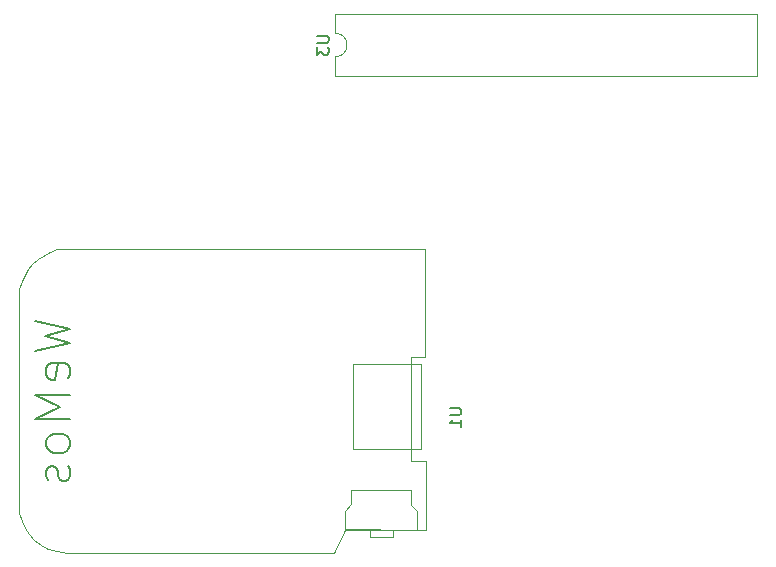
<source format=gbr>
G04 #@! TF.FileFunction,Legend,Bot*
%FSLAX46Y46*%
G04 Gerber Fmt 4.6, Leading zero omitted, Abs format (unit mm)*
G04 Created by KiCad (PCBNEW 4.0.7) date 01/18/18 14:45:31*
%MOMM*%
%LPD*%
G01*
G04 APERTURE LIST*
%ADD10C,0.100000*%
%ADD11C,0.120000*%
%ADD12C,0.150000*%
G04 APERTURE END LIST*
D10*
D11*
X133290000Y-131302000D02*
G75*
G03X133290000Y-129302000I0J1000000D01*
G01*
X133290000Y-129302000D02*
X133290000Y-127652000D01*
X133290000Y-127652000D02*
X168970000Y-127652000D01*
X168970000Y-127652000D02*
X168970000Y-132952000D01*
X168970000Y-132952000D02*
X133290000Y-132952000D01*
X133290000Y-132952000D02*
X133290000Y-131302000D01*
D10*
X140991228Y-171345472D02*
X140991228Y-165534180D01*
X140991228Y-165534180D02*
X139707795Y-165507849D01*
X139707795Y-165507849D02*
X139714483Y-156676627D01*
X139714483Y-156676627D02*
X140916736Y-156678603D01*
X140916736Y-156678603D02*
X140890658Y-147597807D01*
X140890658Y-147597807D02*
X109720507Y-147611805D01*
X109720507Y-147611805D02*
X109117714Y-147844616D01*
X109117714Y-147844616D02*
X108572833Y-148128099D01*
X108572833Y-148128099D02*
X108086423Y-148462747D01*
X108086423Y-148462747D02*
X107659048Y-148849047D01*
X107659048Y-148849047D02*
X107291259Y-149287488D01*
X107291259Y-149287488D02*
X106983623Y-149778560D01*
X106983623Y-149778560D02*
X106736690Y-150322750D01*
X106736690Y-150322750D02*
X106551024Y-150920547D01*
X106551024Y-150920547D02*
X106522266Y-169958460D01*
X106522266Y-169958460D02*
X106756259Y-170577824D01*
X106756259Y-170577824D02*
X107040742Y-171166018D01*
X107040742Y-171166018D02*
X107390257Y-171709445D01*
X107390257Y-171709445D02*
X107819342Y-172194503D01*
X107819342Y-172194503D02*
X108342540Y-172607595D01*
X108342540Y-172607595D02*
X108974387Y-172935122D01*
X108974387Y-172935122D02*
X109729425Y-173163482D01*
X109729425Y-173163482D02*
X110622193Y-173279078D01*
X110622193Y-173279078D02*
X133177285Y-173304026D01*
X133177285Y-173304026D02*
X134138181Y-171360480D01*
X134138181Y-171360480D02*
X140946524Y-171330686D01*
X134765451Y-157348350D02*
X134765451Y-164487931D01*
X134765451Y-164487931D02*
X140579188Y-164487931D01*
X140579188Y-164487931D02*
X140579188Y-157348350D01*
X140579188Y-157348350D02*
X134765451Y-157348350D01*
X134116349Y-171271600D02*
X134116349Y-169719378D01*
X134116349Y-169719378D02*
X134645515Y-169190211D01*
X134645515Y-169190211D02*
X134645515Y-167937850D01*
X134645515Y-167937850D02*
X139707876Y-167937850D01*
X139707876Y-167937850D02*
X139707876Y-169225489D01*
X139707876Y-169225489D02*
X140201765Y-169754656D01*
X140201765Y-169754656D02*
X140201765Y-171324517D01*
X140201765Y-171324517D02*
X134116349Y-171271600D01*
X136197738Y-171306878D02*
X136197738Y-171959517D01*
X136197738Y-171959517D02*
X138190932Y-171959517D01*
X138190932Y-171959517D02*
X138190932Y-171342156D01*
D12*
X131742381Y-129540095D02*
X132551905Y-129540095D01*
X132647143Y-129587714D01*
X132694762Y-129635333D01*
X132742381Y-129730571D01*
X132742381Y-129921048D01*
X132694762Y-130016286D01*
X132647143Y-130063905D01*
X132551905Y-130111524D01*
X131742381Y-130111524D01*
X131742381Y-130492476D02*
X131742381Y-131111524D01*
X132123333Y-130778190D01*
X132123333Y-130921048D01*
X132170952Y-131016286D01*
X132218571Y-131063905D01*
X132313810Y-131111524D01*
X132551905Y-131111524D01*
X132647143Y-131063905D01*
X132694762Y-131016286D01*
X132742381Y-130921048D01*
X132742381Y-130635333D01*
X132694762Y-130540095D01*
X132647143Y-130492476D01*
X142976381Y-161036095D02*
X143785905Y-161036095D01*
X143881143Y-161083714D01*
X143928762Y-161131333D01*
X143976381Y-161226571D01*
X143976381Y-161417048D01*
X143928762Y-161512286D01*
X143881143Y-161559905D01*
X143785905Y-161607524D01*
X142976381Y-161607524D01*
X143976381Y-162607524D02*
X143976381Y-162036095D01*
X143976381Y-162321809D02*
X142976381Y-162321809D01*
X143119238Y-162226571D01*
X143214476Y-162131333D01*
X143262095Y-162036095D01*
X107831143Y-153670857D02*
X110831143Y-154385143D01*
X108688286Y-154956572D01*
X110831143Y-155528000D01*
X107831143Y-156242286D01*
X110688286Y-158528000D02*
X110831143Y-158242286D01*
X110831143Y-157670857D01*
X110688286Y-157385143D01*
X110402571Y-157242286D01*
X109259714Y-157242286D01*
X108974000Y-157385143D01*
X108831143Y-157670857D01*
X108831143Y-158242286D01*
X108974000Y-158528000D01*
X109259714Y-158670857D01*
X109545429Y-158670857D01*
X109831143Y-157242286D01*
X110831143Y-159956572D02*
X107831143Y-159956572D01*
X109974000Y-160956572D01*
X107831143Y-161956572D01*
X110831143Y-161956572D01*
X110831143Y-163813714D02*
X110688286Y-163528000D01*
X110545429Y-163385143D01*
X110259714Y-163242286D01*
X109402571Y-163242286D01*
X109116857Y-163385143D01*
X108974000Y-163528000D01*
X108831143Y-163813714D01*
X108831143Y-164242286D01*
X108974000Y-164528000D01*
X109116857Y-164670857D01*
X109402571Y-164813714D01*
X110259714Y-164813714D01*
X110545429Y-164670857D01*
X110688286Y-164528000D01*
X110831143Y-164242286D01*
X110831143Y-163813714D01*
X110688286Y-165956572D02*
X110831143Y-166242286D01*
X110831143Y-166813714D01*
X110688286Y-167099429D01*
X110402571Y-167242286D01*
X110259714Y-167242286D01*
X109974000Y-167099429D01*
X109831143Y-166813714D01*
X109831143Y-166385143D01*
X109688286Y-166099429D01*
X109402571Y-165956572D01*
X109259714Y-165956572D01*
X108974000Y-166099429D01*
X108831143Y-166385143D01*
X108831143Y-166813714D01*
X108974000Y-167099429D01*
M02*

</source>
